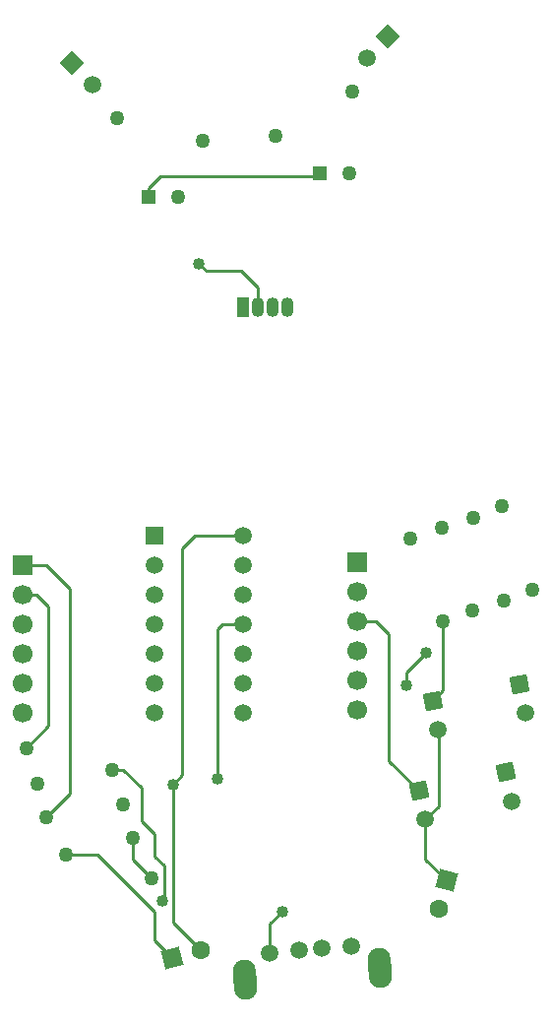
<source format=gbr>
G04 DipTrace 3.0.0.2*
G04 Top.gbr*
%MOMM*%
G04 #@! TF.FileFunction,Copper,L1,Top*
G04 #@! TF.Part,Single*
%AMOUTLINE0*5,1,4,0,0,2.26274,30.0*%
%AMOUTLINE3*5,1,4,0,0,2.26274,-30.0*%
%AMOUTLINE6*5,1,4,0,0,2.12132,-90.0*%
%AMOUTLINE9*5,1,4,0,0,2.12132,-180.0*%
%AMOUTLINE12*5,1,4,0,0,2.12132,-124.1361*%
%AMOUTLINE15*5,1,4,0,0,2.12132,-123.0183*%
%AMOUTLINE18*
4,1,16,
-0.93489,-0.82974,
-0.80049,-1.25401,
-0.49532,-1.57794,
-0.07983,-1.73739,
0.36371,-1.70077,
0.74743,-1.47533,
0.99533,-1.10573,
1.05832,-0.66517,
0.93489,0.82974,
0.80049,1.25401,
0.49532,1.57794,
0.07983,1.73739,
-0.36371,1.70077,
-0.74743,1.47533,
-0.99533,1.10573,
-1.05832,0.66517,
-0.93489,-0.82974,
0*%
G04 #@! TA.AperFunction,Conductor*
%ADD13C,0.254*%
G04 #@! TA.AperFunction,ComponentPad*
%ADD14C,1.6*%
%ADD15C,1.27*%
%ADD16R,1.27X1.27*%
%ADD17O,1.05X1.7*%
%ADD18R,1.05X1.7*%
%ADD19C,1.5*%
%ADD20R,1.7X1.7*%
%ADD21C,1.7*%
%ADD25C,1.27*%
%ADD27C,1.5*%
%ADD28R,1.5X1.5*%
G04 #@! TA.AperFunction,ViaPad*
%ADD29C,1.016*%
G04 #@! TA.AperFunction,ComponentPad*
%ADD77OUTLINE0*%
%ADD80OUTLINE3*%
%ADD83OUTLINE6*%
%ADD86OUTLINE9*%
%ADD89OUTLINE12*%
%ADD92OUTLINE15*%
%ADD95OUTLINE18*%
%FSLAX35Y35*%
G04*
G71*
G90*
G75*
G01*
G04 Top*
%LPD*%
X4905386Y3455327D2*
D13*
X4911130D1*
Y2797829D1*
X4794039Y2680738D1*
Y2340097D1*
X4974623Y2159513D1*
X1704717Y2381739D2*
X1974565D1*
X2466637Y1889667D1*
Y1642074D1*
X2618124Y1490587D1*
X3355400Y7090623D2*
Y7254997D1*
X3212683Y7397713D1*
X2911090D1*
X2847597Y7461207D1*
X2411323Y8031483D2*
Y8108853D1*
X2515630Y8213160D1*
X3862597D1*
X3885237Y8235800D1*
X3225560Y5122747D2*
X2810770D1*
X2704737Y5016713D1*
Y3064293D1*
X2625370Y2984927D1*
Y1794426D1*
X2863469Y1556327D1*
X3455606Y1535758D2*
Y1783376D1*
X3561897Y1889667D1*
X4947413Y4387172D2*
Y3794674D1*
X4857513Y3704774D1*
X4208653Y4390273D2*
X4368463D1*
X4482297Y4276440D1*
Y3188217D1*
X4741309Y2929205D1*
X3225560Y4360747D2*
X3048577D1*
X3006330Y4318500D1*
Y3032547D1*
X2276158Y2524599D2*
Y2339693D1*
X2438730Y2177121D1*
X1332883Y4873297D2*
X1530667D1*
X1736463Y4667500D1*
Y2904710D1*
X1535522Y2703768D1*
X1332883Y4619297D2*
X1444617D1*
X1551760Y4512153D1*
Y3486231D1*
X1362317Y3296788D1*
X2101550Y3111912D2*
X2196791D1*
X2355523Y2953180D1*
Y2667460D1*
X2466637Y2556347D1*
Y2365867D1*
X2546003Y2286500D1*
Y2000780D1*
X2530130Y1984907D1*
X4634727Y3833570D2*
Y3946643D1*
X4800017Y4111933D1*
D29*
X2847597Y7461207D3*
X2625370Y2984927D3*
X3561897Y1889667D3*
X3006330Y3032547D3*
X2530130Y1984907D3*
X4634727Y3833570D3*
X4800017Y4111933D3*
D14*
X4908883Y1914167D3*
D77*
X4974623Y2159513D3*
D14*
X2863469Y1556327D3*
D80*
X2618124Y1490587D3*
D15*
X2665323Y8031483D3*
D16*
X2411323D3*
D15*
X4139237Y8235800D3*
D16*
X3885237D3*
D17*
X3609400Y7090623D3*
X3355400D3*
D18*
X3228400D3*
D17*
X3482400D3*
D83*
X1753827Y9183069D3*
D19*
X1933433Y9003464D3*
D86*
X4471873Y9412099D3*
D19*
X4292267Y9232494D3*
D20*
X4208653Y4898273D3*
D21*
Y4644273D3*
Y4390273D3*
Y4136273D3*
Y3882273D3*
Y3628273D3*
D20*
X1332883Y4873297D3*
D21*
Y4619297D3*
Y4365297D3*
Y4111297D3*
Y3857297D3*
Y3603297D3*
D15*
X2879718Y8515007D3*
D25*
X2143682Y8712227D3*
D15*
X3502744Y8557823D3*
D25*
X4162656Y8938823D3*
D15*
X2196790Y2810321D3*
D25*
X1456957Y2992779D3*
D15*
X4661854Y5093642D3*
D25*
X4947413Y4387172D3*
D15*
X1704717Y2381739D3*
D25*
X2438730Y2177121D3*
D15*
X2276158Y2524599D3*
D25*
X1535522Y2703768D3*
D15*
X2101550Y3111912D3*
D25*
X1362317Y3296788D3*
D89*
X4857513Y3704774D3*
D27*
X4905386Y3455327D3*
X5653729Y3598946D3*
D89*
X5605856Y3848393D3*
D92*
X4741309Y2929205D3*
D27*
X4794039Y2680738D3*
X5539438Y2838929D3*
D92*
X5486708Y3087395D3*
D28*
X2463560Y5122747D3*
D19*
Y4868747D3*
Y4614747D3*
Y4360747D3*
Y4106747D3*
Y3852747D3*
Y3598747D3*
X3225560D3*
Y3852747D3*
Y4106747D3*
Y4360747D3*
Y4614747D3*
Y4868747D3*
Y5122747D3*
D15*
X5452444Y5374736D3*
D25*
X5713063Y4658690D3*
D15*
X5211170Y5279183D3*
D25*
X5471790Y4563137D3*
D15*
X4933757Y5193686D3*
D25*
X5194376Y4477640D3*
D19*
X3704758Y1556330D3*
X3904080Y1572787D3*
X4153232Y1593359D3*
X3455606Y1535758D3*
D95*
X3238684Y1307132D3*
X4404716Y1403409D3*
M02*

</source>
